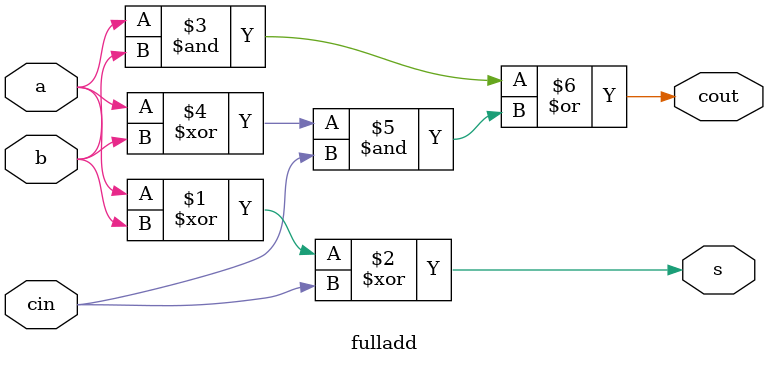
<source format=v>
module fulladd(a,b,cin,s,cout);
input a,b,cin;
output s,cout;
assign s=a^b^cin;
assign cout=(a&b)|(a^b)&cin;
endmodule
</source>
